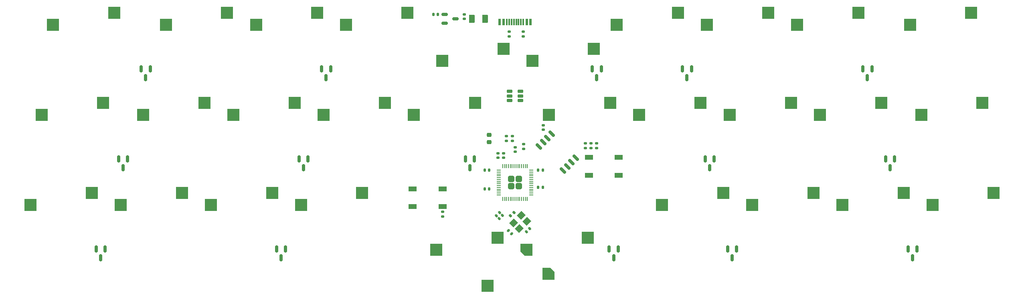
<source format=gbp>
%TF.GenerationSoftware,KiCad,Pcbnew,7.0.6*%
%TF.CreationDate,2023-07-16T23:36:14-04:00*%
%TF.ProjectId,littolRP2040,6c697474-6f6c-4525-9032-3034302e6b69,rev?*%
%TF.SameCoordinates,PX2d6b3a0PY7e098dc*%
%TF.FileFunction,Paste,Bot*%
%TF.FilePolarity,Positive*%
%FSLAX46Y46*%
G04 Gerber Fmt 4.6, Leading zero omitted, Abs format (unit mm)*
G04 Created by KiCad (PCBNEW 7.0.6) date 2023-07-16 23:36:14*
%MOMM*%
%LPD*%
G01*
G04 APERTURE LIST*
G04 Aperture macros list*
%AMRoundRect*
0 Rectangle with rounded corners*
0 $1 Rounding radius*
0 $2 $3 $4 $5 $6 $7 $8 $9 X,Y pos of 4 corners*
0 Add a 4 corners polygon primitive as box body*
4,1,4,$2,$3,$4,$5,$6,$7,$8,$9,$2,$3,0*
0 Add four circle primitives for the rounded corners*
1,1,$1+$1,$2,$3*
1,1,$1+$1,$4,$5*
1,1,$1+$1,$6,$7*
1,1,$1+$1,$8,$9*
0 Add four rect primitives between the rounded corners*
20,1,$1+$1,$2,$3,$4,$5,0*
20,1,$1+$1,$4,$5,$6,$7,0*
20,1,$1+$1,$6,$7,$8,$9,0*
20,1,$1+$1,$8,$9,$2,$3,0*%
%AMRotRect*
0 Rectangle, with rotation*
0 The origin of the aperture is its center*
0 $1 length*
0 $2 width*
0 $3 Rotation angle, in degrees counterclockwise*
0 Add horizontal line*
21,1,$1,$2,0,0,$3*%
%AMOutline5P*
0 Free polygon, 5 corners , with rotation*
0 The origin of the aperture is its center*
0 number of corners: always 5*
0 $1 to $10 corner X, Y*
0 $11 Rotation angle, in degrees counterclockwise*
0 create outline with 5 corners*
4,1,5,$1,$2,$3,$4,$5,$6,$7,$8,$9,$10,$1,$2,$11*%
%AMOutline6P*
0 Free polygon, 6 corners , with rotation*
0 The origin of the aperture is its center*
0 number of corners: always 6*
0 $1 to $12 corner X, Y*
0 $13 Rotation angle, in degrees counterclockwise*
0 create outline with 6 corners*
4,1,6,$1,$2,$3,$4,$5,$6,$7,$8,$9,$10,$11,$12,$1,$2,$13*%
%AMOutline7P*
0 Free polygon, 7 corners , with rotation*
0 The origin of the aperture is its center*
0 number of corners: always 7*
0 $1 to $14 corner X, Y*
0 $15 Rotation angle, in degrees counterclockwise*
0 create outline with 7 corners*
4,1,7,$1,$2,$3,$4,$5,$6,$7,$8,$9,$10,$11,$12,$13,$14,$1,$2,$15*%
%AMOutline8P*
0 Free polygon, 8 corners , with rotation*
0 The origin of the aperture is its center*
0 number of corners: always 8*
0 $1 to $16 corner X, Y*
0 $17 Rotation angle, in degrees counterclockwise*
0 create outline with 8 corners*
4,1,8,$1,$2,$3,$4,$5,$6,$7,$8,$9,$10,$11,$12,$13,$14,$15,$16,$1,$2,$17*%
G04 Aperture macros list end*
%ADD10R,2.550000X2.500000*%
%ADD11RoundRect,0.140000X-0.140000X-0.170000X0.140000X-0.170000X0.140000X0.170000X-0.140000X0.170000X0*%
%ADD12RoundRect,0.150000X-0.150000X0.587500X-0.150000X-0.587500X0.150000X-0.587500X0.150000X0.587500X0*%
%ADD13RoundRect,0.140000X0.170000X-0.140000X0.170000X0.140000X-0.170000X0.140000X-0.170000X-0.140000X0*%
%ADD14RoundRect,0.250000X0.375000X0.625000X-0.375000X0.625000X-0.375000X-0.625000X0.375000X-0.625000X0*%
%ADD15RoundRect,0.150000X-0.512500X-0.150000X0.512500X-0.150000X0.512500X0.150000X-0.512500X0.150000X0*%
%ADD16RotRect,1.400000X1.200000X45.000000*%
%ADD17RoundRect,0.140000X0.021213X-0.219203X0.219203X-0.021213X-0.021213X0.219203X-0.219203X0.021213X0*%
%ADD18RoundRect,0.135000X-0.185000X0.135000X-0.185000X-0.135000X0.185000X-0.135000X0.185000X0.135000X0*%
%ADD19RoundRect,0.140000X-0.021213X0.219203X-0.219203X0.021213X0.021213X-0.219203X0.219203X-0.021213X0*%
%ADD20RoundRect,0.135000X0.185000X-0.135000X0.185000X0.135000X-0.185000X0.135000X-0.185000X-0.135000X0*%
%ADD21RoundRect,0.150000X0.475000X0.150000X-0.475000X0.150000X-0.475000X-0.150000X0.475000X-0.150000X0*%
%ADD22RoundRect,0.140000X0.140000X0.170000X-0.140000X0.170000X-0.140000X-0.170000X0.140000X-0.170000X0*%
%ADD23RoundRect,0.225000X0.250000X-0.225000X0.250000X0.225000X-0.250000X0.225000X-0.250000X-0.225000X0*%
%ADD24Outline5P,-1.275000X1.250000X0.400000X1.250000X1.275000X0.375000X1.275000X-1.250000X-1.275000X-1.250000X180.000000*%
%ADD25RoundRect,0.249999X0.395001X0.395001X-0.395001X0.395001X-0.395001X-0.395001X0.395001X-0.395001X0*%
%ADD26RoundRect,0.050000X0.387500X0.050000X-0.387500X0.050000X-0.387500X-0.050000X0.387500X-0.050000X0*%
%ADD27RoundRect,0.050000X0.050000X0.387500X-0.050000X0.387500X-0.050000X-0.387500X0.050000X-0.387500X0*%
%ADD28RoundRect,0.150000X0.565685X-0.353553X-0.353553X0.565685X-0.565685X0.353553X0.353553X-0.565685X0*%
%ADD29RoundRect,0.135000X0.035355X-0.226274X0.226274X-0.035355X-0.035355X0.226274X-0.226274X0.035355X0*%
%ADD30R,1.700000X1.000000*%
%ADD31Outline5P,-1.275000X1.250000X0.400000X1.250000X1.275000X0.375000X1.275000X-1.250000X-1.275000X-1.250000X0.000000*%
%ADD32R,0.600000X1.450000*%
%ADD33R,0.300000X1.450000*%
%ADD34RoundRect,0.140000X0.219203X0.021213X0.021213X0.219203X-0.219203X-0.021213X-0.021213X-0.219203X0*%
G04 APERTURE END LIST*
D10*
%TO.C,MX24*%
X150097727Y40640096D03*
X163024727Y43180096D03*
%TD*%
D11*
%TO.C,C13*%
X109653090Y28928200D03*
X110613090Y28928200D03*
%TD*%
D12*
%TO.C,D2*%
X21076618Y31298514D03*
X22976618Y31298514D03*
X22026618Y29423514D03*
%TD*%
D13*
%TO.C,C1*%
X94059612Y60962656D03*
X94059612Y61922656D03*
%TD*%
D10*
%TO.C,MX25*%
X154860239Y21590048D03*
X167787239Y24130048D03*
%TD*%
D14*
%TO.C,F1*%
X98436182Y60962656D03*
X95636182Y60962656D03*
%TD*%
D10*
%TO.C,MX1*%
X7182705Y59690144D03*
X20109705Y62230144D03*
%TD*%
D15*
%TO.C,U2*%
X89945542Y60012656D03*
X89945542Y61912656D03*
X92220542Y60962656D03*
%TD*%
D10*
%TO.C,MX17*%
X111957969Y40640096D03*
X124884969Y43180096D03*
%TD*%
%TO.C,MX27*%
X169147775Y40640096D03*
X182074775Y43180096D03*
%TD*%
%TO.C,MX2*%
X4841111Y40640096D03*
X17768111Y43180096D03*
%TD*%
%TO.C,MX5*%
X26232753Y40640096D03*
X39159753Y43180096D03*
%TD*%
%TO.C,MX22*%
X135810191Y21590048D03*
X148737191Y24130048D03*
%TD*%
D12*
%TO.C,D10*%
X140139418Y50348562D03*
X142039418Y50348562D03*
X141089418Y48473562D03*
%TD*%
D13*
%TO.C,C6*%
X102394008Y31551642D03*
X102394008Y32511642D03*
%TD*%
D16*
%TO.C,Y1*%
X104484893Y17784783D03*
X106040528Y19340418D03*
X107242609Y18138337D03*
X105686974Y16582702D03*
%TD*%
D13*
%TO.C,C5*%
X110728404Y37504782D03*
X110728404Y38464782D03*
%TD*%
D17*
%TO.C,C3*%
X107208143Y15938347D03*
X107886965Y16617169D03*
%TD*%
D10*
%TO.C,MX3*%
X2440024Y21590048D03*
X15367024Y24130048D03*
%TD*%
D12*
%TO.C,D15*%
X187764538Y12248466D03*
X189664538Y12248466D03*
X188714538Y10373466D03*
%TD*%
D18*
%TO.C,R6*%
X122039370Y34647270D03*
X122039370Y33627270D03*
%TD*%
D10*
%TO.C,MX11*%
X64352680Y40640096D03*
X77279680Y43180096D03*
%TD*%
D19*
%TO.C,C8*%
X101542791Y19984773D03*
X100863969Y19305951D03*
%TD*%
D10*
%TO.C,MX14*%
X83382897Y40640096D03*
X96309897Y43180096D03*
%TD*%
D12*
%TO.C,D11*%
X144901930Y31298514D03*
X146801930Y31298514D03*
X145851930Y29423514D03*
%TD*%
D20*
%TO.C,R9*%
X89470530Y19135362D03*
X89470530Y20155362D03*
%TD*%
D10*
%TO.C,MX8*%
X45282801Y40640096D03*
X58209801Y43180096D03*
%TD*%
%TO.C,MX10*%
X69095361Y59690144D03*
X82022361Y62230144D03*
%TD*%
%TO.C,MX7*%
X50084975Y59690144D03*
X63011975Y62230144D03*
%TD*%
D21*
%TO.C,U1*%
X105950264Y45598550D03*
X105950264Y44648550D03*
X105950264Y43698550D03*
X103600264Y43698550D03*
X103600264Y44648550D03*
X103600264Y45598550D03*
%TD*%
D20*
%TO.C,R7*%
X120848742Y33627270D03*
X120848742Y34647270D03*
%TD*%
D22*
%TO.C,C14*%
X99302124Y25003188D03*
X98342124Y25003188D03*
%TD*%
D20*
%TO.C,R2*%
X106525264Y57235458D03*
X106525264Y58255458D03*
%TD*%
D10*
%TO.C,MX15*%
X88165240Y12065024D03*
X101092240Y14605024D03*
%TD*%
D12*
%TO.C,D6*%
X54414202Y12248466D03*
X56314202Y12248466D03*
X55364202Y10373466D03*
%TD*%
D23*
%TO.C,C9*%
X99302124Y34858526D03*
X99302124Y36408526D03*
%TD*%
D24*
%TO.C,MX18*%
X107215288Y12065024D03*
D10*
X120142288Y14605024D03*
%TD*%
D25*
%TO.C,U4*%
X105575264Y25528200D03*
X105575264Y27128200D03*
X103975264Y25528200D03*
X103975264Y27128200D03*
D26*
X108212764Y28928200D03*
X108212764Y28528200D03*
X108212764Y28128200D03*
X108212764Y27728200D03*
X108212764Y27328200D03*
X108212764Y26928200D03*
X108212764Y26528200D03*
X108212764Y26128200D03*
X108212764Y25728200D03*
X108212764Y25328200D03*
X108212764Y24928200D03*
X108212764Y24528200D03*
X108212764Y24128200D03*
X108212764Y23728200D03*
D27*
X107375264Y22890700D03*
X106975264Y22890700D03*
X106575264Y22890700D03*
X106175264Y22890700D03*
X105775264Y22890700D03*
X105375264Y22890700D03*
X104975264Y22890700D03*
X104575264Y22890700D03*
X104175264Y22890700D03*
X103775264Y22890700D03*
X103375264Y22890700D03*
X102975264Y22890700D03*
X102575264Y22890700D03*
X102175264Y22890700D03*
D26*
X101337764Y23728200D03*
X101337764Y24128200D03*
X101337764Y24528200D03*
X101337764Y24928200D03*
X101337764Y25328200D03*
X101337764Y25728200D03*
X101337764Y26128200D03*
X101337764Y26528200D03*
X101337764Y26928200D03*
X101337764Y27328200D03*
X101337764Y27728200D03*
X101337764Y28128200D03*
X101337764Y28528200D03*
X101337764Y28928200D03*
D27*
X102175264Y29765700D03*
X102575264Y29765700D03*
X102975264Y29765700D03*
X103375264Y29765700D03*
X103775264Y29765700D03*
X104175264Y29765700D03*
X104575264Y29765700D03*
X104975264Y29765700D03*
X105375264Y29765700D03*
X105775264Y29765700D03*
X106175264Y29765700D03*
X106575264Y29765700D03*
X106975264Y29765700D03*
X107375264Y29765700D03*
%TD*%
D10*
%TO.C,MX9*%
X40559951Y21590048D03*
X53486951Y24130048D03*
%TD*%
%TO.C,MX29*%
X188177992Y59690144D03*
X201104992Y62230144D03*
%TD*%
D12*
%TO.C,D12*%
X149664442Y12248466D03*
X151564442Y12248466D03*
X150614442Y10373466D03*
%TD*%
D28*
%TO.C,U3*%
X117597597Y31543724D03*
X116699571Y30645698D03*
X115801546Y29747673D03*
X114903520Y28849647D03*
X109812351Y33940816D03*
X110710377Y34838842D03*
X111608402Y35736867D03*
X112506428Y36634893D03*
%TD*%
D12*
%TO.C,D9*%
X124661254Y12248466D03*
X126561254Y12248466D03*
X125611254Y10373466D03*
%TD*%
D13*
%TO.C,C11*%
X101203380Y31551642D03*
X101203380Y32511642D03*
%TD*%
D18*
%TO.C,R8*%
X119658114Y34647270D03*
X119658114Y33627270D03*
%TD*%
D12*
%TO.C,D5*%
X59176714Y31298514D03*
X61076714Y31298514D03*
X60126714Y29423514D03*
%TD*%
D29*
%TO.C,R5*%
X103819326Y19284738D03*
X104540574Y20005986D03*
%TD*%
D11*
%TO.C,C15*%
X109653090Y25328200D03*
X110613090Y25328200D03*
%TD*%
D10*
%TO.C,MX12*%
X59570337Y21590048D03*
X72497337Y24130048D03*
%TD*%
D12*
%TO.C,D4*%
X63939226Y50348562D03*
X65839226Y50348562D03*
X64889226Y48473562D03*
%TD*%
%TO.C,D3*%
X16314106Y12248466D03*
X18214106Y12248466D03*
X17264106Y10373466D03*
%TD*%
%TO.C,D8*%
X94300240Y31298514D03*
X96200240Y31298514D03*
X95250240Y29423514D03*
%TD*%
D10*
%TO.C,MX21*%
X131008017Y40640096D03*
X143935017Y43180096D03*
%TD*%
%TO.C,MX6*%
X21509903Y21590048D03*
X34436903Y24130048D03*
%TD*%
D12*
%TO.C,D1*%
X25839130Y50348562D03*
X27739130Y50348562D03*
X26789130Y48473562D03*
%TD*%
D10*
%TO.C,MX30*%
X190539417Y40640096D03*
X203466417Y43180096D03*
%TD*%
D20*
%TO.C,R4*%
X102989322Y35123526D03*
X102989322Y36143526D03*
%TD*%
D10*
%TO.C,MX13*%
X102315409Y54610144D03*
X89388409Y52070144D03*
%TD*%
D22*
%TO.C,C2*%
X88471158Y61912656D03*
X87511158Y61912656D03*
%TD*%
D10*
%TO.C,MX16*%
X121365457Y54610144D03*
X108438457Y52070144D03*
%TD*%
D19*
%TO.C,C16*%
X102138105Y19389459D03*
X101459283Y18710637D03*
%TD*%
D30*
%TO.C,RESET1*%
X83170530Y21203188D03*
X89470530Y21203188D03*
X83170530Y25003188D03*
X89470530Y25003188D03*
%TD*%
D13*
%TO.C,C7*%
X106561206Y33452898D03*
X106561206Y34412898D03*
%TD*%
D10*
%TO.C,MX28*%
X173890456Y21590048D03*
X186817456Y24130048D03*
%TD*%
D18*
%TO.C,R1*%
X103525264Y58255458D03*
X103525264Y57235458D03*
%TD*%
D13*
%TO.C,C12*%
X104775264Y32857584D03*
X104775264Y33817584D03*
%TD*%
D12*
%TO.C,D13*%
X178239514Y50348562D03*
X180139514Y50348562D03*
X179189514Y48473562D03*
%TD*%
D31*
%TO.C,MX19*%
X111860264Y6985024D03*
D10*
X98933264Y4445024D03*
%TD*%
D32*
%TO.C,J1*%
X101525264Y60248912D03*
X102325264Y60248912D03*
D33*
X103525264Y60248912D03*
X104525264Y60248912D03*
X105025264Y60248912D03*
X106025264Y60248912D03*
D32*
X107225264Y60248912D03*
X108025264Y60248912D03*
X108025264Y60248912D03*
X107225264Y60248912D03*
D33*
X106525264Y60248912D03*
X105525264Y60248912D03*
X104025264Y60248912D03*
X103025264Y60248912D03*
D32*
X102325264Y60248912D03*
X101525264Y60248912D03*
%TD*%
D20*
%TO.C,R3*%
X104179950Y35123526D03*
X104179950Y36143526D03*
%TD*%
D10*
%TO.C,MX26*%
X164365432Y59690144D03*
X177292432Y62230144D03*
%TD*%
%TO.C,MX31*%
X192920673Y21590048D03*
X205847673Y24130048D03*
%TD*%
D12*
%TO.C,D7*%
X121089370Y50348562D03*
X122989370Y50348562D03*
X122039370Y48473562D03*
%TD*%
D10*
%TO.C,MX20*%
X126245505Y59690144D03*
X139172505Y62230144D03*
%TD*%
%TO.C,MX4*%
X31034927Y59690144D03*
X43961927Y62230144D03*
%TD*%
D34*
%TO.C,C4*%
X104077810Y15496797D03*
X103398988Y16175619D03*
%TD*%
D12*
%TO.C,D14*%
X183002026Y31298514D03*
X184902026Y31298514D03*
X183952026Y29423514D03*
%TD*%
D10*
%TO.C,MX23*%
X145315384Y59690144D03*
X158242384Y62230144D03*
%TD*%
D22*
%TO.C,C10*%
X99302124Y28928200D03*
X98342124Y28928200D03*
%TD*%
D30*
%TO.C,BOOT1*%
X126677655Y31665700D03*
X120377655Y31665700D03*
X126677655Y27865700D03*
X120377655Y27865700D03*
%TD*%
M02*

</source>
